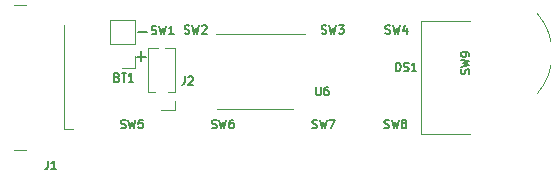
<source format=gbr>
%TF.GenerationSoftware,KiCad,Pcbnew,(6.0.2)*%
%TF.CreationDate,2022-06-11T15:58:10+03:00*%
%TF.ProjectId,keyholder,6b657968-6f6c-4646-9572-2e6b69636164,rev?*%
%TF.SameCoordinates,Original*%
%TF.FileFunction,Legend,Top*%
%TF.FilePolarity,Positive*%
%FSLAX46Y46*%
G04 Gerber Fmt 4.6, Leading zero omitted, Abs format (unit mm)*
G04 Created by KiCad (PCBNEW (6.0.2)) date 2022-06-11 15:58:10*
%MOMM*%
%LPD*%
G01*
G04 APERTURE LIST*
%ADD10C,0.150000*%
%ADD11C,0.120000*%
G04 APERTURE END LIST*
D10*
X70600000Y-119800000D02*
X70600000Y-120650000D01*
X70300000Y-118200000D02*
X71050000Y-118200000D01*
X70250000Y-120250000D02*
X71000000Y-120250000D01*
%TO.C,SW9*%
X98333333Y-121733333D02*
X98366666Y-121633333D01*
X98366666Y-121466666D01*
X98333333Y-121400000D01*
X98300000Y-121366666D01*
X98233333Y-121333333D01*
X98166666Y-121333333D01*
X98100000Y-121366666D01*
X98066666Y-121400000D01*
X98033333Y-121466666D01*
X98000000Y-121600000D01*
X97966666Y-121666666D01*
X97933333Y-121700000D01*
X97866666Y-121733333D01*
X97800000Y-121733333D01*
X97733333Y-121700000D01*
X97700000Y-121666666D01*
X97666666Y-121600000D01*
X97666666Y-121433333D01*
X97700000Y-121333333D01*
X97666666Y-121100000D02*
X98366666Y-120933333D01*
X97866666Y-120800000D01*
X98366666Y-120666666D01*
X97666666Y-120500000D01*
X98366666Y-120200000D02*
X98366666Y-120066666D01*
X98333333Y-120000000D01*
X98300000Y-119966666D01*
X98200000Y-119900000D01*
X98066666Y-119866666D01*
X97800000Y-119866666D01*
X97733333Y-119900000D01*
X97700000Y-119933333D01*
X97666666Y-120000000D01*
X97666666Y-120133333D01*
X97700000Y-120200000D01*
X97733333Y-120233333D01*
X97800000Y-120266666D01*
X97966666Y-120266666D01*
X98033333Y-120233333D01*
X98066666Y-120200000D01*
X98100000Y-120133333D01*
X98100000Y-120000000D01*
X98066666Y-119933333D01*
X98033333Y-119900000D01*
X97966666Y-119866666D01*
%TO.C,SW5*%
X68866666Y-126283333D02*
X68966666Y-126316666D01*
X69133333Y-126316666D01*
X69200000Y-126283333D01*
X69233333Y-126250000D01*
X69266666Y-126183333D01*
X69266666Y-126116666D01*
X69233333Y-126050000D01*
X69200000Y-126016666D01*
X69133333Y-125983333D01*
X69000000Y-125950000D01*
X68933333Y-125916666D01*
X68900000Y-125883333D01*
X68866666Y-125816666D01*
X68866666Y-125750000D01*
X68900000Y-125683333D01*
X68933333Y-125650000D01*
X69000000Y-125616666D01*
X69166666Y-125616666D01*
X69266666Y-125650000D01*
X69500000Y-125616666D02*
X69666666Y-126316666D01*
X69800000Y-125816666D01*
X69933333Y-126316666D01*
X70100000Y-125616666D01*
X70700000Y-125616666D02*
X70366666Y-125616666D01*
X70333333Y-125950000D01*
X70366666Y-125916666D01*
X70433333Y-125883333D01*
X70600000Y-125883333D01*
X70666666Y-125916666D01*
X70700000Y-125950000D01*
X70733333Y-126016666D01*
X70733333Y-126183333D01*
X70700000Y-126250000D01*
X70666666Y-126283333D01*
X70600000Y-126316666D01*
X70433333Y-126316666D01*
X70366666Y-126283333D01*
X70333333Y-126250000D01*
%TO.C,SW6*%
X76566666Y-126283333D02*
X76666666Y-126316666D01*
X76833333Y-126316666D01*
X76900000Y-126283333D01*
X76933333Y-126250000D01*
X76966666Y-126183333D01*
X76966666Y-126116666D01*
X76933333Y-126050000D01*
X76900000Y-126016666D01*
X76833333Y-125983333D01*
X76700000Y-125950000D01*
X76633333Y-125916666D01*
X76600000Y-125883333D01*
X76566666Y-125816666D01*
X76566666Y-125750000D01*
X76600000Y-125683333D01*
X76633333Y-125650000D01*
X76700000Y-125616666D01*
X76866666Y-125616666D01*
X76966666Y-125650000D01*
X77200000Y-125616666D02*
X77366666Y-126316666D01*
X77500000Y-125816666D01*
X77633333Y-126316666D01*
X77800000Y-125616666D01*
X78366666Y-125616666D02*
X78233333Y-125616666D01*
X78166666Y-125650000D01*
X78133333Y-125683333D01*
X78066666Y-125783333D01*
X78033333Y-125916666D01*
X78033333Y-126183333D01*
X78066666Y-126250000D01*
X78100000Y-126283333D01*
X78166666Y-126316666D01*
X78300000Y-126316666D01*
X78366666Y-126283333D01*
X78400000Y-126250000D01*
X78433333Y-126183333D01*
X78433333Y-126016666D01*
X78400000Y-125950000D01*
X78366666Y-125916666D01*
X78300000Y-125883333D01*
X78166666Y-125883333D01*
X78100000Y-125916666D01*
X78066666Y-125950000D01*
X78033333Y-126016666D01*
%TO.C,SW3*%
X85866666Y-118283333D02*
X85966666Y-118316666D01*
X86133333Y-118316666D01*
X86200000Y-118283333D01*
X86233333Y-118250000D01*
X86266666Y-118183333D01*
X86266666Y-118116666D01*
X86233333Y-118050000D01*
X86200000Y-118016666D01*
X86133333Y-117983333D01*
X86000000Y-117950000D01*
X85933333Y-117916666D01*
X85900000Y-117883333D01*
X85866666Y-117816666D01*
X85866666Y-117750000D01*
X85900000Y-117683333D01*
X85933333Y-117650000D01*
X86000000Y-117616666D01*
X86166666Y-117616666D01*
X86266666Y-117650000D01*
X86500000Y-117616666D02*
X86666666Y-118316666D01*
X86800000Y-117816666D01*
X86933333Y-118316666D01*
X87100000Y-117616666D01*
X87300000Y-117616666D02*
X87733333Y-117616666D01*
X87500000Y-117883333D01*
X87600000Y-117883333D01*
X87666666Y-117916666D01*
X87700000Y-117950000D01*
X87733333Y-118016666D01*
X87733333Y-118183333D01*
X87700000Y-118250000D01*
X87666666Y-118283333D01*
X87600000Y-118316666D01*
X87400000Y-118316666D01*
X87333333Y-118283333D01*
X87300000Y-118250000D01*
%TO.C,J2*%
X74266666Y-121916666D02*
X74266666Y-122416666D01*
X74233333Y-122516666D01*
X74166666Y-122583333D01*
X74066666Y-122616666D01*
X74000000Y-122616666D01*
X74566666Y-121983333D02*
X74600000Y-121950000D01*
X74666666Y-121916666D01*
X74833333Y-121916666D01*
X74900000Y-121950000D01*
X74933333Y-121983333D01*
X74966666Y-122050000D01*
X74966666Y-122116666D01*
X74933333Y-122216666D01*
X74533333Y-122616666D01*
X74966666Y-122616666D01*
%TO.C,SW7*%
X85066666Y-126283333D02*
X85166666Y-126316666D01*
X85333333Y-126316666D01*
X85400000Y-126283333D01*
X85433333Y-126250000D01*
X85466666Y-126183333D01*
X85466666Y-126116666D01*
X85433333Y-126050000D01*
X85400000Y-126016666D01*
X85333333Y-125983333D01*
X85200000Y-125950000D01*
X85133333Y-125916666D01*
X85100000Y-125883333D01*
X85066666Y-125816666D01*
X85066666Y-125750000D01*
X85100000Y-125683333D01*
X85133333Y-125650000D01*
X85200000Y-125616666D01*
X85366666Y-125616666D01*
X85466666Y-125650000D01*
X85700000Y-125616666D02*
X85866666Y-126316666D01*
X86000000Y-125816666D01*
X86133333Y-126316666D01*
X86300000Y-125616666D01*
X86500000Y-125616666D02*
X86966666Y-125616666D01*
X86666666Y-126316666D01*
%TO.C,SW8*%
X91166666Y-126283333D02*
X91266666Y-126316666D01*
X91433333Y-126316666D01*
X91500000Y-126283333D01*
X91533333Y-126250000D01*
X91566666Y-126183333D01*
X91566666Y-126116666D01*
X91533333Y-126050000D01*
X91500000Y-126016666D01*
X91433333Y-125983333D01*
X91300000Y-125950000D01*
X91233333Y-125916666D01*
X91200000Y-125883333D01*
X91166666Y-125816666D01*
X91166666Y-125750000D01*
X91200000Y-125683333D01*
X91233333Y-125650000D01*
X91300000Y-125616666D01*
X91466666Y-125616666D01*
X91566666Y-125650000D01*
X91800000Y-125616666D02*
X91966666Y-126316666D01*
X92100000Y-125816666D01*
X92233333Y-126316666D01*
X92400000Y-125616666D01*
X92766666Y-125916666D02*
X92700000Y-125883333D01*
X92666666Y-125850000D01*
X92633333Y-125783333D01*
X92633333Y-125750000D01*
X92666666Y-125683333D01*
X92700000Y-125650000D01*
X92766666Y-125616666D01*
X92900000Y-125616666D01*
X92966666Y-125650000D01*
X93000000Y-125683333D01*
X93033333Y-125750000D01*
X93033333Y-125783333D01*
X93000000Y-125850000D01*
X92966666Y-125883333D01*
X92900000Y-125916666D01*
X92766666Y-125916666D01*
X92700000Y-125950000D01*
X92666666Y-125983333D01*
X92633333Y-126050000D01*
X92633333Y-126183333D01*
X92666666Y-126250000D01*
X92700000Y-126283333D01*
X92766666Y-126316666D01*
X92900000Y-126316666D01*
X92966666Y-126283333D01*
X93000000Y-126250000D01*
X93033333Y-126183333D01*
X93033333Y-126050000D01*
X93000000Y-125983333D01*
X92966666Y-125950000D01*
X92900000Y-125916666D01*
%TO.C,J1*%
X62666666Y-129066666D02*
X62666666Y-129566666D01*
X62633333Y-129666666D01*
X62566666Y-129733333D01*
X62466666Y-129766666D01*
X62400000Y-129766666D01*
X63366666Y-129766666D02*
X62966666Y-129766666D01*
X63166666Y-129766666D02*
X63166666Y-129066666D01*
X63100000Y-129166666D01*
X63033333Y-129233333D01*
X62966666Y-129266666D01*
%TO.C,DS1*%
X92150000Y-121466666D02*
X92150000Y-120766666D01*
X92316666Y-120766666D01*
X92416666Y-120800000D01*
X92483333Y-120866666D01*
X92516666Y-120933333D01*
X92550000Y-121066666D01*
X92550000Y-121166666D01*
X92516666Y-121300000D01*
X92483333Y-121366666D01*
X92416666Y-121433333D01*
X92316666Y-121466666D01*
X92150000Y-121466666D01*
X92816666Y-121433333D02*
X92916666Y-121466666D01*
X93083333Y-121466666D01*
X93150000Y-121433333D01*
X93183333Y-121400000D01*
X93216666Y-121333333D01*
X93216666Y-121266666D01*
X93183333Y-121200000D01*
X93150000Y-121166666D01*
X93083333Y-121133333D01*
X92950000Y-121100000D01*
X92883333Y-121066666D01*
X92850000Y-121033333D01*
X92816666Y-120966666D01*
X92816666Y-120900000D01*
X92850000Y-120833333D01*
X92883333Y-120800000D01*
X92950000Y-120766666D01*
X93116666Y-120766666D01*
X93216666Y-120800000D01*
X93883333Y-121466666D02*
X93483333Y-121466666D01*
X93683333Y-121466666D02*
X93683333Y-120766666D01*
X93616666Y-120866666D01*
X93550000Y-120933333D01*
X93483333Y-120966666D01*
%TO.C,SW1*%
X71466666Y-118333333D02*
X71566666Y-118366666D01*
X71733333Y-118366666D01*
X71800000Y-118333333D01*
X71833333Y-118300000D01*
X71866666Y-118233333D01*
X71866666Y-118166666D01*
X71833333Y-118100000D01*
X71800000Y-118066666D01*
X71733333Y-118033333D01*
X71600000Y-118000000D01*
X71533333Y-117966666D01*
X71500000Y-117933333D01*
X71466666Y-117866666D01*
X71466666Y-117800000D01*
X71500000Y-117733333D01*
X71533333Y-117700000D01*
X71600000Y-117666666D01*
X71766666Y-117666666D01*
X71866666Y-117700000D01*
X72100000Y-117666666D02*
X72266666Y-118366666D01*
X72400000Y-117866666D01*
X72533333Y-118366666D01*
X72700000Y-117666666D01*
X73333333Y-118366666D02*
X72933333Y-118366666D01*
X73133333Y-118366666D02*
X73133333Y-117666666D01*
X73066666Y-117766666D01*
X73000000Y-117833333D01*
X72933333Y-117866666D01*
%TO.C,BT1*%
X68550000Y-122000000D02*
X68650000Y-122033333D01*
X68683333Y-122066666D01*
X68716666Y-122133333D01*
X68716666Y-122233333D01*
X68683333Y-122300000D01*
X68650000Y-122333333D01*
X68583333Y-122366666D01*
X68316666Y-122366666D01*
X68316666Y-121666666D01*
X68550000Y-121666666D01*
X68616666Y-121700000D01*
X68650000Y-121733333D01*
X68683333Y-121800000D01*
X68683333Y-121866666D01*
X68650000Y-121933333D01*
X68616666Y-121966666D01*
X68550000Y-122000000D01*
X68316666Y-122000000D01*
X68916666Y-121666666D02*
X69316666Y-121666666D01*
X69116666Y-122366666D02*
X69116666Y-121666666D01*
X69916666Y-122366666D02*
X69516666Y-122366666D01*
X69716666Y-122366666D02*
X69716666Y-121666666D01*
X69650000Y-121766666D01*
X69583333Y-121833333D01*
X69516666Y-121866666D01*
%TO.C,SW2*%
X74266666Y-118283333D02*
X74366666Y-118316666D01*
X74533333Y-118316666D01*
X74600000Y-118283333D01*
X74633333Y-118250000D01*
X74666666Y-118183333D01*
X74666666Y-118116666D01*
X74633333Y-118050000D01*
X74600000Y-118016666D01*
X74533333Y-117983333D01*
X74400000Y-117950000D01*
X74333333Y-117916666D01*
X74300000Y-117883333D01*
X74266666Y-117816666D01*
X74266666Y-117750000D01*
X74300000Y-117683333D01*
X74333333Y-117650000D01*
X74400000Y-117616666D01*
X74566666Y-117616666D01*
X74666666Y-117650000D01*
X74900000Y-117616666D02*
X75066666Y-118316666D01*
X75200000Y-117816666D01*
X75333333Y-118316666D01*
X75500000Y-117616666D01*
X75733333Y-117683333D02*
X75766666Y-117650000D01*
X75833333Y-117616666D01*
X76000000Y-117616666D01*
X76066666Y-117650000D01*
X76100000Y-117683333D01*
X76133333Y-117750000D01*
X76133333Y-117816666D01*
X76100000Y-117916666D01*
X75700000Y-118316666D01*
X76133333Y-118316666D01*
%TO.C,SW4*%
X91266666Y-118283333D02*
X91366666Y-118316666D01*
X91533333Y-118316666D01*
X91600000Y-118283333D01*
X91633333Y-118250000D01*
X91666666Y-118183333D01*
X91666666Y-118116666D01*
X91633333Y-118050000D01*
X91600000Y-118016666D01*
X91533333Y-117983333D01*
X91400000Y-117950000D01*
X91333333Y-117916666D01*
X91300000Y-117883333D01*
X91266666Y-117816666D01*
X91266666Y-117750000D01*
X91300000Y-117683333D01*
X91333333Y-117650000D01*
X91400000Y-117616666D01*
X91566666Y-117616666D01*
X91666666Y-117650000D01*
X91900000Y-117616666D02*
X92066666Y-118316666D01*
X92200000Y-117816666D01*
X92333333Y-118316666D01*
X92500000Y-117616666D01*
X93066666Y-117850000D02*
X93066666Y-118316666D01*
X92900000Y-117583333D02*
X92733333Y-118083333D01*
X93166666Y-118083333D01*
%TO.C,U6*%
X85366666Y-122816666D02*
X85366666Y-123383333D01*
X85400000Y-123450000D01*
X85433333Y-123483333D01*
X85500000Y-123516666D01*
X85633333Y-123516666D01*
X85700000Y-123483333D01*
X85733333Y-123450000D01*
X85766666Y-123383333D01*
X85766666Y-122816666D01*
X86400000Y-122816666D02*
X86266666Y-122816666D01*
X86200000Y-122850000D01*
X86166666Y-122883333D01*
X86100000Y-122983333D01*
X86066666Y-123116666D01*
X86066666Y-123383333D01*
X86100000Y-123450000D01*
X86133333Y-123483333D01*
X86200000Y-123516666D01*
X86333333Y-123516666D01*
X86400000Y-123483333D01*
X86433333Y-123450000D01*
X86466666Y-123383333D01*
X86466666Y-123216666D01*
X86433333Y-123150000D01*
X86400000Y-123116666D01*
X86333333Y-123083333D01*
X86200000Y-123083333D01*
X86133333Y-123116666D01*
X86100000Y-123150000D01*
X86066666Y-123216666D01*
D11*
%TO.C,SW9*%
X104106311Y-123407085D02*
G75*
G03*
X104112500Y-116600000I-3893810J3407086D01*
G01*
%TO.C,J2*%
X73410000Y-119495000D02*
X72607530Y-119495000D01*
X73410000Y-124760000D02*
X72300000Y-124760000D01*
X71190000Y-123240000D02*
X71190000Y-119495000D01*
X73410000Y-123240000D02*
X73410000Y-119495000D01*
X73410000Y-123240000D02*
X72863471Y-123240000D01*
X71992470Y-119495000D02*
X71190000Y-119495000D01*
X71736529Y-123240000D02*
X71190000Y-123240000D01*
X73410000Y-124000000D02*
X73410000Y-124760000D01*
%TO.C,J1*%
X60850000Y-128145000D02*
X59800000Y-128145000D01*
X64020000Y-126400000D02*
X64020000Y-117600000D01*
X64020000Y-126400000D02*
X64775000Y-126400000D01*
X60850000Y-115855000D02*
X59800000Y-115855000D01*
%TO.C,DS1*%
X98450000Y-117200000D02*
X94270000Y-117200000D01*
X98450000Y-126800000D02*
X94270000Y-126800000D01*
X94270000Y-126800000D02*
X94270000Y-117200000D01*
%TO.C,BT1*%
X67940000Y-119200000D02*
X67940000Y-117140000D01*
X70060000Y-117140000D02*
X67940000Y-117140000D01*
X70060000Y-119200000D02*
X67940000Y-119200000D01*
X70060000Y-120200000D02*
X70060000Y-121260000D01*
X70060000Y-119200000D02*
X70060000Y-117140000D01*
X70060000Y-121260000D02*
X69000000Y-121260000D01*
%TO.C,U6*%
X83450000Y-124700000D02*
X77000000Y-124700000D01*
X76950000Y-118300000D02*
X84450000Y-118300000D01*
%TD*%
M02*

</source>
